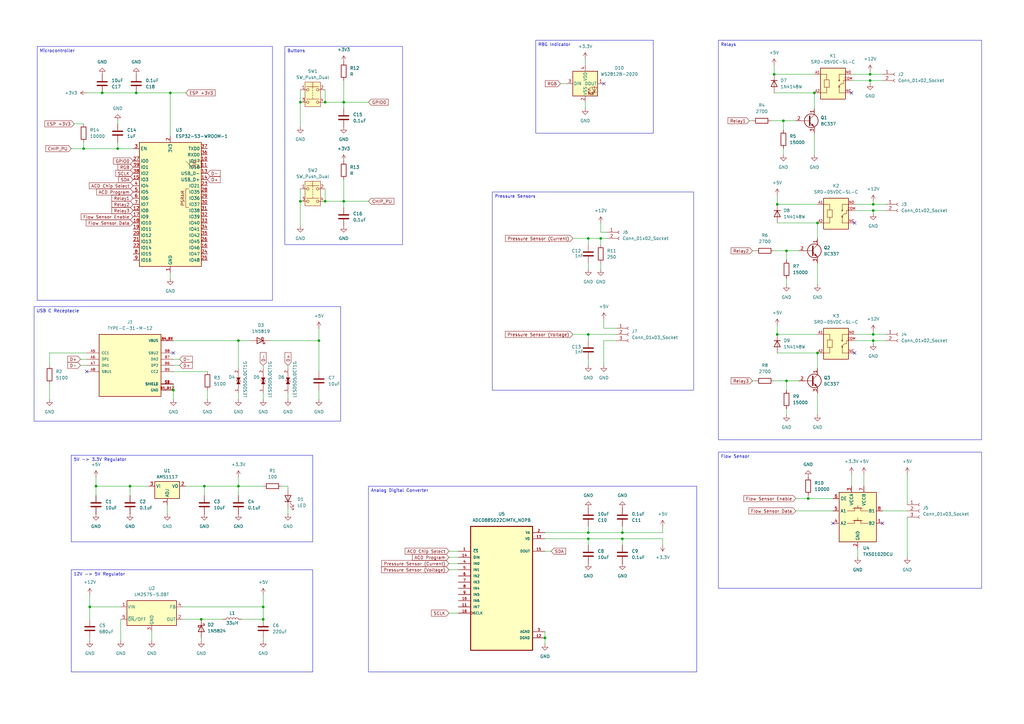
<source format=kicad_sch>
(kicad_sch (version 20250114) (generator "eeschema") (generator_version "9.0")
  (paper "A3")
  (title_block (title "Verdagraph PCB A") (rev "0"))
  (text_box "12V -> 5V Regulator" (at 29.21 233.68 0) (size 99.06 41.91) (margins 0.9525 0.9525 0.9525 0.9525) (effects (font (size 1.27 1.27)) (justify left top)))
  (text_box "Analog Digital Converter" (at 151.13 199.39 0) (size 134.62 76.2) (margins 0.9525 0.9525 0.9525 0.9525) (effects (font (size 1.27 1.27)) (justify left top)))
  (text_box "Microcontroller\n" (at 15.24 19.05 0) (size 96.52 104.14) (margins 0.9525 0.9525 0.9525 0.9525) (effects (font (size 1.27 1.27)) (justify left top)))
  (text_box "Buttons" (at 116.84 19.05 0) (size 48.26 81.28) (margins 0.9525 0.9525 0.9525 0.9525) (effects (font (size 1.27 1.27)) (justify left top)))
  (text_box "Pressure Sensors" (at 201.93 78.74 0) (size 82.55 81.28) (margins 0.9525 0.9525 0.9525 0.9525) (effects (font (size 1.27 1.27)) (justify left top)))
  (text_box "Flow Sensor" (at 294.64 185.42 0) (size 107.95 55.88) (margins 0.9525 0.9525 0.9525 0.9525) (effects (font (size 1.27 1.27)) (justify left top)))
  (text_box "USB C Receptacle" (at 13.97 125.73 0) (size 125.73 46.99) (margins 0.9525 0.9525 0.9525 0.9525) (effects (font (size 1.27 1.27)) (justify left top)))
  (text_box "Relays" (at 294.64 16.51 0) (size 107.95 163.83) (margins 0.9525 0.9525 0.9525 0.9525) (effects (font (size 1.27 1.27)) (justify left top)))
  (text_box "5V -> 3.3V Regulator" (at 29.21 186.69 0) (size 99.06 35.56) (margins 0.9525 0.9525 0.9525 0.9525) (effects (font (size 1.27 1.27)) (justify left top)))
  (text_box "RBG Indicator" (at 219.71 16.51 0) (size 48.26 38.1) (margins 0.9525 0.9525 0.9525 0.9525) (effects (font (size 1.27 1.27)) (justify left top)))
  (junction (at 356.87 30.48))
  (junction (at 39.37 199.39))
  (junction (at 97.79 199.39))
  (junction (at 241.3 97.79))
  (junction (at 317.5 30.48))
  (junction (at 255.27 218.44))
  (junction (at 255.27 220.98))
  (junction (at 48.26 60.96))
  (junction (at 97.79 139.7))
  (junction (at 358.14 137.16))
  (junction (at 358.14 83.82))
  (junction (at 36.83 248.92))
  (junction (at 241.3 220.98))
  (junction (at 334.01 38.1))
  (junction (at 34.29 60.96))
  (junction (at 53.34 199.39))
  (junction (at 331.47 204.47))
  (junction (at 246.38 97.79))
  (junction (at 83.82 199.39))
  (junction (at 318.77 137.16))
  (junction (at 133.35 41.91))
  (junction (at 358.14 86.36))
  (junction (at 55.88 38.1))
  (junction (at 41.91 38.1))
  (junction (at 223.52 261.62))
  (junction (at 321.31 49.53))
  (junction (at 318.77 83.82))
  (junction (at 322.58 102.87))
  (junction (at 140.97 41.91))
  (junction (at 69.85 38.1))
  (junction (at 123.19 41.91))
  (junction (at 133.35 82.55))
  (junction (at 356.87 33.02))
  (junction (at 241.3 218.44))
  (junction (at 322.58 156.21))
  (junction (at 140.97 82.55))
  (junction (at 358.14 139.7))
  (junction (at 130.81 139.7))
  (junction (at 335.28 91.44))
  (junction (at 241.3 137.16))
  (junction (at 82.55 254))
  (junction (at 107.95 248.92))
  (junction (at 71.12 160.02))
  (junction (at 335.28 144.78))
  (junction (at 107.95 254))
  (junction (at 123.19 82.55))
  (no_connect (at 361.95 214.63))
  (no_connect (at 350.52 144.78))
  (no_connect (at 35.56 152.4))
  (no_connect (at 341.63 214.63))
  (no_connect (at 71.12 144.78))
  (no_connect (at 247.65 34.29))
  (no_connect (at 350.52 91.44))
  (no_connect (at 349.25 38.1))
  (bus_entry (at 76.2 66.04) (size 2.54 2.54))
  (wire (pts (xy 49.53 254) (xy 49.53 262.89)))
  (wire (pts (xy 308.61 102.87) (xy 309.88 102.87)))
  (wire (pts (xy 29.21 60.96) (xy 34.29 60.96)))
  (wire (pts (xy 317.5 30.48) (xy 334.01 30.48)))
  (wire (pts (xy 71.12 147.32) (xy 73.66 147.32)))
  (wire (pts (xy 350.52 137.16) (xy 358.14 137.16)))
  (wire (pts (xy 349.25 33.02) (xy 356.87 33.02)))
  (wire (pts (xy 107.95 161.29) (xy 107.95 163.83)))
  (wire (pts (xy 358.14 86.36) (xy 358.14 87.63)))
  (wire (pts (xy 229.87 34.29) (xy 232.41 34.29)))
  (wire (pts (xy 241.3 220.98) (xy 255.27 220.98)))
  (wire (pts (xy 271.78 218.44) (xy 271.78 215.9)))
  (wire (pts (xy 241.3 137.16) (xy 252.73 137.16)))
  (wire (pts (xy 71.12 152.4) (xy 85.09 152.4)))
  (wire (pts (xy 321.31 49.53) (xy 326.39 49.53)))
  (wire (pts (xy 140.97 82.55) (xy 151.13 82.55)))
  (wire (pts (xy 133.35 41.91) (xy 140.97 41.91)))
  (wire (pts (xy 36.83 248.92) (xy 36.83 254)))
  (wire (pts (xy 97.79 199.39) (xy 107.95 199.39)))
  (wire (pts (xy 97.79 195.58) (xy 97.79 199.39)))
  (wire (pts (xy 140.97 33.02) (xy 140.97 41.91)))
  (wire (pts (xy 74.93 248.92) (xy 107.95 248.92)))
  (wire (pts (xy 234.95 137.16) (xy 241.3 137.16)))
  (wire (pts (xy 71.12 160.02) (xy 71.12 163.83)))
  (wire (pts (xy 255.27 215.9) (xy 255.27 218.44)))
  (wire (pts (xy 223.52 218.44) (xy 241.3 218.44)))
  (wire (pts (xy 372.11 194.31) (xy 372.11 207.01)))
  (wire (pts (xy 130.81 134.62) (xy 130.81 139.7)))
  (wire (pts (xy 48.26 58.42) (xy 48.26 60.96)))
  (wire (pts (xy 107.95 149.86) (xy 107.95 151.13)))
  (wire (pts (xy 99.06 254) (xy 107.95 254)))
  (wire (pts (xy 356.87 33.02) (xy 361.95 33.02)))
  (wire (pts (xy 356.87 29.21) (xy 356.87 30.48)))
  (wire (pts (xy 322.58 167.64) (xy 322.58 170.18)))
  (wire (pts (xy 349.25 194.31) (xy 349.25 199.39)))
  (wire (pts (xy 34.29 58.42) (xy 34.29 60.96)))
  (wire (pts (xy 246.38 97.79) (xy 246.38 100.33)))
  (wire (pts (xy 358.14 137.16) (xy 363.22 137.16)))
  (wire (pts (xy 223.52 261.62) (xy 223.52 264.16)))
  (wire (pts (xy 123.19 77.47) (xy 123.19 82.55)))
  (wire (pts (xy 334.01 54.61) (xy 334.01 63.5)))
  (wire (pts (xy 349.25 30.48) (xy 356.87 30.48)))
  (wire (pts (xy 317.5 102.87) (xy 322.58 102.87)))
  (wire (pts (xy 331.47 204.47) (xy 341.63 204.47)))
  (wire (pts (xy 358.14 139.7) (xy 358.14 140.97)))
  (wire (pts (xy 350.52 83.82) (xy 358.14 83.82)))
  (wire (pts (xy 133.35 77.47) (xy 133.35 82.55)))
  (wire (pts (xy 35.56 38.1) (xy 41.91 38.1)))
  (wire (pts (xy 241.3 97.79) (xy 246.38 97.79)))
  (wire (pts (xy 321.31 49.53) (xy 321.31 53.34)))
  (wire (pts (xy 140.97 41.91) (xy 151.13 41.91)))
  (wire (pts (xy 271.78 220.98) (xy 271.78 223.52)))
  (wire (pts (xy 107.95 254) (xy 107.95 255.27)))
  (wire (pts (xy 20.32 149.86) (xy 20.32 144.78)))
  (wire (pts (xy 241.3 218.44) (xy 255.27 218.44)))
  (wire (pts (xy 33.02 147.32) (xy 35.56 147.32)))
  (wire (pts (xy 83.82 199.39) (xy 83.82 203.2)))
  (wire (pts (xy 335.28 107.95) (xy 335.28 116.84)))
  (wire (pts (xy 322.58 114.3) (xy 322.58 116.84)))
  (wire (pts (xy 60.96 199.39) (xy 53.34 199.39)))
  (wire (pts (xy 97.79 199.39) (xy 97.79 203.2)))
  (wire (pts (xy 48.26 60.96) (xy 54.61 60.96)))
  (wire (pts (xy 184.15 226.06) (xy 187.96 226.06)))
  (wire (pts (xy 118.11 149.86) (xy 118.11 151.13)))
  (wire (pts (xy 115.57 199.39) (xy 118.11 199.39)))
  (wire (pts (xy 322.58 102.87) (xy 322.58 106.68)))
  (wire (pts (xy 317.5 26.67) (xy 317.5 30.48)))
  (wire (pts (xy 184.15 251.46) (xy 187.96 251.46)))
  (wire (pts (xy 83.82 199.39) (xy 97.79 199.39)))
  (wire (pts (xy 240.03 41.91) (xy 240.03 44.45)))
  (wire (pts (xy 246.38 91.44) (xy 246.38 95.25)))
  (wire (pts (xy 358.14 83.82) (xy 363.22 83.82)))
  (wire (pts (xy 252.73 139.7) (xy 247.65 139.7)))
  (wire (pts (xy 316.23 49.53) (xy 321.31 49.53)))
  (wire (pts (xy 123.19 82.55) (xy 123.19 92.71)))
  (wire (pts (xy 335.28 91.44) (xy 335.28 97.79)))
  (wire (pts (xy 326.39 204.47) (xy 331.47 204.47)))
  (wire (pts (xy 97.79 161.29) (xy 97.79 163.83)))
  (wire (pts (xy 68.58 210.82) (xy 68.58 207.01)))
  (wire (pts (xy 223.52 226.06) (xy 226.06 226.06)))
  (wire (pts (xy 234.95 97.79) (xy 241.3 97.79)))
  (wire (pts (xy 322.58 156.21) (xy 327.66 156.21)))
  (wire (pts (xy 74.93 254) (xy 82.55 254)))
  (wire (pts (xy 71.12 157.48) (xy 71.12 160.02)))
  (wire (pts (xy 322.58 156.21) (xy 322.58 160.02)))
  (wire (pts (xy 53.34 199.39) (xy 53.34 203.2)))
  (wire (pts (xy 322.58 102.87) (xy 327.66 102.87)))
  (wire (pts (xy 140.97 73.66) (xy 140.97 82.55)))
  (wire (pts (xy 354.33 194.31) (xy 354.33 199.39)))
  (wire (pts (xy 317.5 156.21) (xy 322.58 156.21)))
  (wire (pts (xy 241.3 107.95) (xy 241.3 110.49)))
  (wire (pts (xy 107.95 248.92) (xy 107.95 254)))
  (wire (pts (xy 107.95 243.84) (xy 107.95 248.92)))
  (wire (pts (xy 356.87 30.48) (xy 361.95 30.48)))
  (wire (pts (xy 30.48 50.8) (xy 34.29 50.8)))
  (wire (pts (xy 331.47 204.47) (xy 331.47 203.2)))
  (wire (pts (xy 321.31 60.96) (xy 321.31 63.5)))
  (wire (pts (xy 36.83 243.84) (xy 36.83 248.92)))
  (wire (pts (xy 107.95 261.62) (xy 107.95 262.89)))
  (wire (pts (xy 97.79 139.7) (xy 102.87 139.7)))
  (wire (pts (xy 356.87 33.02) (xy 356.87 34.29)))
  (wire (pts (xy 69.85 38.1) (xy 76.2 38.1)))
  (wire (pts (xy 246.38 97.79) (xy 248.92 97.79)))
  (wire (pts (xy 48.26 50.8) (xy 48.26 49.53)))
  (wire (pts (xy 358.14 82.55) (xy 358.14 83.82)))
  (wire (pts (xy 255.27 220.98) (xy 271.78 220.98)))
  (wire (pts (xy 140.97 41.91) (xy 140.97 44.45)))
  (wire (pts (xy 133.35 82.55) (xy 140.97 82.55)))
  (wire (pts (xy 241.3 147.32) (xy 241.3 149.86)))
  (wire (pts (xy 130.81 160.02) (xy 130.81 163.83)))
  (wire (pts (xy 241.3 137.16) (xy 241.3 139.7)))
  (wire (pts (xy 53.34 199.39) (xy 39.37 199.39)))
  (wire (pts (xy 76.2 199.39) (xy 83.82 199.39)))
  (wire (pts (xy 71.12 149.86) (xy 73.66 149.86)))
  (wire (pts (xy 41.91 38.1) (xy 55.88 38.1)))
  (wire (pts (xy 317.5 38.1) (xy 334.01 38.1)))
  (wire (pts (xy 140.97 82.55) (xy 140.97 85.09)))
  (wire (pts (xy 39.37 195.58) (xy 39.37 199.39)))
  (wire (pts (xy 241.3 220.98) (xy 241.3 223.52)))
  (wire (pts (xy 223.52 259.08) (xy 223.52 261.62)))
  (wire (pts (xy 240.03 24.13) (xy 240.03 26.67)))
  (wire (pts (xy 110.49 139.7) (xy 130.81 139.7)))
  (wire (pts (xy 82.55 261.62) (xy 82.55 262.89)))
  (wire (pts (xy 130.81 139.7) (xy 130.81 152.4)))
  (wire (pts (xy 184.15 228.6) (xy 187.96 228.6)))
  (wire (pts (xy 69.85 111.76) (xy 69.85 114.3)))
  (wire (pts (xy 358.14 139.7) (xy 363.22 139.7)))
  (wire (pts (xy 361.95 209.55) (xy 372.11 209.55)))
  (wire (pts (xy 358.14 135.89) (xy 358.14 137.16)))
  (wire (pts (xy 318.77 133.35) (xy 318.77 137.16)))
  (wire (pts (xy 350.52 86.36) (xy 358.14 86.36)))
  (wire (pts (xy 184.15 233.68) (xy 187.96 233.68)))
  (wire (pts (xy 55.88 38.1) (xy 69.85 38.1)))
  (wire (pts (xy 241.3 215.9) (xy 241.3 218.44)))
  (wire (pts (xy 318.77 91.44) (xy 335.28 91.44)))
  (wire (pts (xy 33.02 149.86) (xy 35.56 149.86)))
  (wire (pts (xy 350.52 139.7) (xy 358.14 139.7)))
  (wire (pts (xy 247.65 130.81) (xy 247.65 134.62)))
  (wire (pts (xy 82.55 254) (xy 91.44 254)))
  (wire (pts (xy 246.38 107.95) (xy 246.38 110.49)))
  (wire (pts (xy 255.27 218.44) (xy 271.78 218.44)))
  (wire (pts (xy 358.14 86.36) (xy 363.22 86.36)))
  (wire (pts (xy 97.79 139.7) (xy 97.79 151.13)))
  (wire (pts (xy 39.37 199.39) (xy 39.37 203.2)))
  (wire (pts (xy 36.83 248.92) (xy 49.53 248.92)))
  (wire (pts (xy 247.65 134.62) (xy 252.73 134.62)))
  (wire (pts (xy 118.11 208.28) (xy 118.11 210.82)))
  (wire (pts (xy 133.35 36.83) (xy 133.35 41.91)))
  (wire (pts (xy 118.11 161.29) (xy 118.11 163.83)))
  (wire (pts (xy 335.28 161.29) (xy 335.28 170.18)))
  (wire (pts (xy 308.61 156.21) (xy 309.88 156.21)))
  (wire (pts (xy 34.29 60.96) (xy 48.26 60.96)))
  (wire (pts (xy 36.83 261.62) (xy 36.83 262.89)))
  (wire (pts (xy 62.23 259.08) (xy 62.23 262.89)))
  (wire (pts (xy 123.19 36.83) (xy 123.19 41.91)))
  (wire (pts (xy 69.85 38.1) (xy 69.85 55.88)))
  (wire (pts (xy 20.32 144.78) (xy 35.56 144.78)))
  (wire (pts (xy 307.34 49.53) (xy 308.61 49.53)))
  (wire (pts (xy 248.92 95.25) (xy 246.38 95.25)))
  (wire (pts (xy 71.12 139.7) (xy 97.79 139.7)))
  (wire (pts (xy 351.79 224.79) (xy 351.79 228.6)))
  (wire (pts (xy 318.77 80.01) (xy 318.77 83.82)))
  (wire (pts (xy 20.32 157.48) (xy 20.32 163.83)))
  (wire (pts (xy 223.52 220.98) (xy 241.3 220.98)))
  (wire (pts (xy 85.09 160.02) (xy 85.09 163.83)))
  (wire (pts (xy 318.77 83.82) (xy 335.28 83.82)))
  (wire (pts (xy 334.01 38.1) (xy 334.01 44.45)))
  (wire (pts (xy 255.27 220.98) (xy 255.27 223.52)))
  (wire (pts (xy 372.11 212.09) (xy 372.11 228.6)))
  (wire (pts (xy 326.39 209.55) (xy 341.63 209.55)))
  (wire (pts (xy 118.11 200.66) (xy 118.11 199.39)))
  (wire (pts (xy 247.65 139.7) (xy 247.65 149.86)))
  (wire (pts (xy 184.15 231.14) (xy 187.96 231.14)))
  (wire (pts (xy 335.28 144.78) (xy 335.28 151.13)))
  (wire (pts (xy 318.77 144.78) (xy 335.28 144.78)))
  (wire (pts (xy 123.19 41.91) (xy 123.19 52.07)))
  (wire (pts (xy 241.3 97.79) (xy 241.3 100.33)))
  (wire (pts (xy 318.77 137.16) (xy 335.28 137.16)))
  (global_label "RGB" (shape input) (at 229.87 34.29 180) (property "Intersheetrefs" "${INTERSHEET_REFS}" (effects (hide yes))))
  (global_label "D-" (shape input) (at 85.09 71.12 0) (property "Intersheetrefs" "${INTERSHEET_REFS}" (effects (hide yes))))
  (global_label "CHIP_PU" (shape input) (at 29.21 60.96 180) (property "Intersheetrefs" "${INTERSHEET_REFS}" (effects (hide yes))))
  (global_label "D-" (shape input) (at 73.66 147.32 0) (property "Intersheetrefs" "${INTERSHEET_REFS}" (effects (hide yes))))
  (global_label "Pressure Sensor (Voltage)" (shape input) (at 184.15 233.68 180) (property "Intersheetrefs" "${INTERSHEET_REFS}" (effects (hide yes))))
  (global_label "SDA" (shape input) (at 54.61 73.66 180) (property "Intersheetrefs" "${INTERSHEET_REFS}" (effects (hide yes))))
  (global_label "Flow Sensor Enable" (shape input) (at 54.61 88.9 180) (property "Intersheetrefs" "${INTERSHEET_REFS}" (effects (hide yes))))
  (global_label "D+" (shape input) (at 33.02 147.32 180) (property "Intersheetrefs" "${INTERSHEET_REFS}" (effects (hide yes))))
  (global_label "D-" (shape input) (at 77.47 67.31 0) (property "Intersheetrefs" "${INTERSHEET_REFS}" (effects (hide yes))))
  (global_label "Relay1" (shape input) (at 307.34 49.53 180) (property "Intersheetrefs" "${INTERSHEET_REFS}" (effects (hide yes))))
  (global_label "Relay3" (shape input) (at 308.61 156.21 180) (property "Intersheetrefs" "${INTERSHEET_REFS}" (effects (hide yes))))
  (global_label "Relay2" (shape input) (at 308.61 102.87 180) (property "Intersheetrefs" "${INTERSHEET_REFS}" (effects (hide yes))))
  (global_label "ACD Chip Select" (shape input) (at 54.61 76.2 180) (property "Intersheetrefs" "${INTERSHEET_REFS}" (effects (hide yes))))
  (global_label "Relay1" (shape input) (at 54.61 81.28 180) (property "Intersheetrefs" "${INTERSHEET_REFS}" (effects (hide yes))))
  (global_label "D+" (shape input) (at 73.66 149.86 0) (property "Intersheetrefs" "${INTERSHEET_REFS}" (effects (hide yes))))
  (global_label "ACD Chip Select" (shape input) (at 184.15 226.06 180) (property "Intersheetrefs" "${INTERSHEET_REFS}" (effects (hide yes))))
  (global_label "Relay3" (shape input) (at 54.61 86.36 180) (property "Intersheetrefs" "${INTERSHEET_REFS}" (effects (hide yes))))
  (global_label "Flow Sensor Data" (shape input) (at 54.61 91.44 180) (property "Intersheetrefs" "${INTERSHEET_REFS}" (effects (hide yes))))
  (global_label "Relay2" (shape input) (at 54.61 83.82 180) (property "Intersheetrefs" "${INTERSHEET_REFS}" (effects (hide yes))))
  (global_label "SDA" (shape input) (at 226.06 226.06 0) (property "Intersheetrefs" "${INTERSHEET_REFS}" (effects (hide yes))))
  (global_label "D+" (shape input) (at 85.09 73.66 0) (property "Intersheetrefs" "${INTERSHEET_REFS}" (effects (hide yes))))
  (global_label "Flow Sensor Enable" (shape input) (at 326.39 204.47 180) (property "Intersheetrefs" "${INTERSHEET_REFS}" (effects (hide yes))))
  (global_label "ACD Program" (shape input) (at 184.15 228.6 180) (property "Intersheetrefs" "${INTERSHEET_REFS}" (effects (hide yes))))
  (global_label "Pressure Sensor (Current)" (shape input) (at 234.95 97.79 180) (property "Intersheetrefs" "${INTERSHEET_REFS}" (effects (hide yes))))
  (global_label "GPIO0" (shape input) (at 151.13 41.91 0) (property "Intersheetrefs" "${INTERSHEET_REFS}" (effects (hide yes))))
  (global_label "ESP +3V3" (shape input) (at 30.48 50.8 180) (property "Intersheetrefs" "${INTERSHEET_REFS}" (effects (hide yes))))
  (global_label "SCLK" (shape input) (at 184.15 251.46 180) (property "Intersheetrefs" "${INTERSHEET_REFS}" (effects (hide yes))))
  (global_label "ACD Program" (shape input) (at 54.61 78.74 180) (property "Intersheetrefs" "${INTERSHEET_REFS}" (effects (hide yes))))
  (global_label "ESP +3V3" (shape input) (at 76.2 38.1 0) (property "Intersheetrefs" "${INTERSHEET_REFS}" (effects (hide yes))))
  (global_label "D-" (shape input) (at 33.02 149.86 180) (property "Intersheetrefs" "${INTERSHEET_REFS}" (effects (hide yes))))
  (global_label "SCLK" (shape input) (at 54.61 71.12 180) (property "Intersheetrefs" "${INTERSHEET_REFS}" (effects (hide yes))))
  (global_label "GPIO0" (shape input) (at 54.61 66.04 180) (property "Intersheetrefs" "${INTERSHEET_REFS}" (effects (hide yes))))
  (global_label "Flow Sensor Data" (shape input) (at 326.39 209.55 180) (property "Intersheetrefs" "${INTERSHEET_REFS}" (effects (hide yes))))
  (global_label "D+" (shape input) (at 118.11 149.86 90) (property "Intersheetrefs" "${INTERSHEET_REFS}" (effects (hide yes))))
  (global_label "D-" (shape input) (at 107.95 149.86 90) (property "Intersheetrefs" "${INTERSHEET_REFS}" (effects (hide yes))))
  (global_label "Pressure Sensor (Current)" (shape input) (at 184.15 231.14 180) (property "Intersheetrefs" "${INTERSHEET_REFS}" (effects (hide yes))))
  (global_label "RGB" (shape input) (at 54.61 68.58 180) (property "Intersheetrefs" "${INTERSHEET_REFS}" (effects (hide yes))))
  (global_label "CHIP_PU" (shape input) (at 151.13 82.55 0) (property "Intersheetrefs" "${INTERSHEET_REFS}" (effects (hide yes))))
  (global_label "Pressure Sensor (Voltage)" (shape input) (at 234.95 137.16 180) (property "Intersheetrefs" "${INTERSHEET_REFS}" (effects (hide yes))))
  (symbol (lib_id "LED:WS2812B-2020") (at 240.03 34.29 0) (unit 1)
    (property "Reference" "D10" (at 254 27.8698 0))
    (property "Value" "WS2812B-2020" (at 254 30.4098 0))
    (property "Footprint" "LED_SMD:LED_WS2812B-2020_PLCC4_2.0x2.0mm" (effects (hide yes)))
    (property "Datasheet" "https://cdn-shop.adafruit.com/product-files/4684/4684_WS2812B-2020_V1.3_EN.pdf" (effects (hide yes)))
    (property "Description" "RGB LED with integrated controller, 2.0 x 2.0 mm, 12 mA" (effects (hide yes)))
  )
  (symbol (lib_id "Device:R") (at 246.38 104.14 0) (unit 1)
    (property "Reference" "R11" (at 248.92 102.8699 0) (effects (justify left)))
    (property "Value" "250" (at 248.92 105.4099 0) (effects (justify left)))
    (property "Description" "Resistor" (effects (hide yes)))
  )
  (symbol (lib_id "power:+5V") (at 271.78 215.9 0) (unit 1)
    (property "Reference" "#PWR050" (effects (hide yes)))
    (property "Value" "+5V" (at 271.78 210.82 0))
    (property "Description" "Power symbol creates a global label with name \"+5V\"" (effects (hide yes)))
  )
  (symbol (lib_id "Device:C") (at 48.26 54.61 0) (unit 1)
    (property "Reference" "C14" (at 52.07 53.3399 0) (effects (justify left)))
    (property "Value" "1uF" (at 52.07 55.8799 0) (effects (justify left)))
    (property "Description" "Unpolarized capacitor" (effects (hide yes)))
  )
  (symbol (lib_id "power:GND") (at 107.95 262.89 0) (unit 1)
    (property "Reference" "#PWR016" (effects (hide yes)))
    (property "Value" "GND" (at 107.95 267.97 0))
    (property "Description" "Power symbol creates a global label with name \"GND\" , ground" (effects (hide yes)))
  )
  (symbol (lib_id "Drip:LESD5D5.0CT1G") (at 107.95 156.21 90) (unit 1)
    (property "Reference" "D5" (at 103.886 154.686 90) (effects (justify right)))
    (property "Value" "LESD5D5.0CT1G" (at 110.744 148.082 0) (effects (justify right)))
    (property "Footprint" "LESD5D5.0CT1G:TVS_LESD5D5.0CT1G" (effects (hide yes)))
    (property "MF" "Leshan Radio Co." (effects (hide yes)))
    (property "MAXIMUM_PACKAGE_HEIGHT" "0.7 mm" (effects (hide yes)))
    (property "Package" "None" (effects (hide yes)))
    (property "Price" "None" (effects (hide yes)))
    (property "STANDARD" "Manufacturer Recommendations" (effects (hide yes)))
    (property "PARTREV" "O" (effects (hide yes)))
    (property "MP" "LESD5D5.0CT1G" (effects (hide yes)))
    (property "Description_1" "Transient Voltage Suppressors for ESD Protection" (effects (hide yes)))
    (property "Availability" "In Stock" (effects (hide yes)))
    (property "MANUFACTURER" "LRC" (effects (hide yes)))
  )
  (symbol (lib_id "power:GND") (at 247.65 149.86 0) (unit 1)
    (property "Reference" "#PWR049" (effects (hide yes)))
    (property "Value" "GND" (at 247.65 154.94 0))
    (property "Description" "Power symbol creates a global label with name \"GND\" , ground" (effects (hide yes)))
  )
  (symbol (lib_id "Device:R") (at 140.97 29.21 0) (unit 1)
    (property "Reference" "R12" (at 143.51 27.9399 0) (effects (justify left)))
    (property "Value" "R" (at 143.51 30.4799 0) (effects (justify left)))
    (property "Description" "Resistor" (effects (hide yes)))
  )
  (symbol (lib_id "power:GND") (at 107.95 163.83 0) (unit 1)
    (property "Reference" "#PWR023" (effects (hide yes)))
    (property "Value" "GND" (at 107.95 168.91 0))
    (property "Description" "Power symbol creates a global label with name \"GND\" , ground" (effects (hide yes)))
  )
  (symbol (lib_id "Device:C") (at 41.91 34.29 0) (mirror x) (unit 1)
    (property "Reference" "C17" (at 45.72 35.5601 0) (effects (justify left)))
    (property "Value" "10uF" (at 45.72 33.0201 0) (effects (justify left)))
    (property "Description" "Unpolarized capacitor" (effects (hide yes)))
  )
  (symbol (lib_id "power:+5V") (at 107.95 243.84 0) (unit 1)
    (property "Reference" "#PWR012" (effects (hide yes)))
    (property "Value" "+5V" (at 107.95 238.76 0))
    (property "Description" "Power symbol creates a global label with name \"+5V\"" (effects (hide yes)))
  )
  (symbol (lib_id "Diode:1N4148W") (at 318.77 140.97 270) (unit 1)
    (property "Reference" "D9" (at 321.31 139.6999 90) (effects (justify left)))
    (property "Value" "1N4148W" (at 321.31 142.2399 90) (effects (justify left)))
    (property "Footprint" "Diode_SMD:D_SOD-123" (effects (hide yes)))
    (property "Datasheet" "https://www.vishay.com/docs/85748/1n4148w.pdf" (effects (hide yes)))
    (property "Description" "75V 0.15A Fast Switching Diode, SOD-123" (effects (hide yes)))
    (property "Sim.Device" "D" (effects (hide yes)))
    (property "Sim.Pins" "1=K 2=A" (effects (hide yes)))
  )
  (symbol (lib_id "power:GND") (at 118.11 210.82 0) (unit 1)
    (property "Reference" "#PWR09" (effects (hide yes)))
    (property "Value" "GND" (at 118.11 215.9 0))
    (property "Description" "Power symbol creates a global label with name \"GND\" , ground" (effects (hide yes)))
  )
  (symbol (lib_id "Connector:Conn_01x03_Socket") (at 257.81 137.16 0) (unit 1)
    (property "Reference" "J7" (at 259.08 135.8899 0) (effects (justify left)))
    (property "Value" "Conn_01x03_Socket" (at 259.08 138.4299 0) (effects (justify left)))
    (property "Description" "Generic connector, single row, 01x03, script generated" (effects (hide yes)))
  )
  (symbol (lib_id "power:+5V") (at 39.37 195.58 0) (unit 1)
    (property "Reference" "#PWR03" (effects (hide yes)))
    (property "Value" "+5V" (at 39.37 190.5 0))
    (property "Description" "Power symbol creates a global label with name \"+5V\"" (effects (hide yes)))
  )
  (symbol (lib_id "Drip:TYPE-C-31-M-12") (at 53.34 149.86 0) (unit 1)
    (property "Reference" "J1" (at 53.34 132.08 0))
    (property "Value" "TYPE-C-31-M-12" (at 53.34 134.62 0))
  )
  (symbol (lib_id "power:GND") (at 85.09 163.83 0) (unit 1)
    (property "Reference" "#PWR020" (effects (hide yes)))
    (property "Value" "GND" (at 85.09 168.91 0))
    (property "Description" "Power symbol creates a global label with name \"GND\" , ground" (effects (hide yes)))
  )
  (symbol (lib_id "power:GND") (at 39.37 210.82 0) (unit 1)
    (property "Reference" "#PWR04" (effects (hide yes)))
    (property "Value" "GND" (at 39.37 215.9 0))
    (property "Description" "Power symbol creates a global label with name \"GND\" , ground" (effects (hide yes)))
  )
  (symbol (lib_id "Device:C") (at 241.3 227.33 0) (unit 1)
    (property "Reference" "C8" (at 245.11 226.0599 0) (effects (justify left)))
    (property "Value" "10uF" (at 245.11 228.5999 0) (effects (justify left)))
    (property "Description" "Unpolarized capacitor" (effects (hide yes)))
  )
  (symbol (lib_id "Device:L") (at 95.25 254 90) (unit 1)
    (property "Reference" "L1" (at 95.25 251.46 90))
    (property "Value" "33uH" (at 95.25 255.524 90))
    (property "Description" "Inductor" (effects (hide yes)))
  )
  (symbol (lib_id "Switch:SW_Push_Dual") (at 128.27 80.01 0) (unit 1)
    (property "Reference" "SW2" (at 128.27 69.85 0))
    (property "Value" "SW_Push_Dual" (at 128.27 72.39 0))
    (property "Description" "Push button switch, generic, symbol, four pins" (effects (hide yes)))
  )
  (symbol (lib_id "power:+12V") (at 358.14 82.55 0) (unit 1)
    (property "Reference" "#PWR033" (effects (hide yes)))
    (property "Value" "+12V" (at 358.14 77.47 0))
    (property "Description" "Power symbol creates a global label with name \"+12V\"" (effects (hide yes)))
  )
  (symbol (lib_id "Device:C") (at 39.37 207.01 0) (unit 1)
    (property "Reference" "C1" (at 43.18 205.7399 0) (effects (justify left)))
    (property "Value" "10uF" (at 43.18 208.2799 0) (effects (justify left)))
    (property "Description" "Unpolarized capacitor" (effects (hide yes)))
  )
  (symbol (lib_id "power:+3V3") (at 140.97 25.4 0) (unit 1)
    (property "Reference" "#PWR061" (effects (hide yes)))
    (property "Value" "+3V3" (at 140.97 20.32 0))
    (property "Description" "Power symbol creates a global label with name \"+3V3\"" (effects (hide yes)))
  )
  (symbol (lib_id "Device:R") (at 34.29 54.61 0) (unit 1)
    (property "Reference" "R14" (at 36.83 53.3399 0) (effects (justify left)))
    (property "Value" "10000" (at 36.83 55.8799 0) (effects (justify left)))
    (property "Description" "Resistor" (effects (hide yes)))
  )
  (symbol (lib_id "RF_Module:ESP32-S3-WROOM-1") (at 69.85 83.82 0) (unit 1)
    (property "Reference" "U3" (at 71.9933 53.34 0) (effects (justify left)))
    (property "Value" "ESP32-S3-WROOM-1" (at 71.9933 55.88 0) (effects (justify left)))
    (property "Footprint" "RF_Module:ESP32-S3-WROOM-1" (effects (hide yes)))
    (property "Datasheet" "https://www.espressif.com/sites/default/files/documentation/esp32-s3-wroom-1_wroom-1u_datasheet_en.pdf" (effects (hide yes)))
    (property "Description" "RF Module, ESP32-S3 SoC, Wi-Fi 802.11b/g/n, Bluetooth, BLE, 32-bit, 3.3V, onboard antenna, SMD" (effects (hide yes)))
  )
  (symbol (lib_id "power:+3.3V") (at 349.25 194.31 0) (unit 1)
    (property "Reference" "#PWR042" (effects (hide yes)))
    (property "Value" "+3.3V" (at 349.25 189.23 0))
    (property "Description" "Power symbol creates a global label with name \"+3.3V\"" (effects (hide yes)))
  )
  (symbol (lib_id "power:GND") (at 335.28 116.84 0) (unit 1)
    (property "Reference" "#PWR032" (effects (hide yes)))
    (property "Value" "GND" (at 335.28 121.92 0))
    (property "Description" "Power symbol creates a global label with name \"GND\" , ground" (effects (hide yes)))
  )
  (symbol (lib_id "Device:R") (at 312.42 49.53 90) (unit 1)
    (property "Reference" "R4" (at 312.42 43.18 90))
    (property "Value" "2700" (at 312.42 45.72 90))
    (property "Description" "Resistor" (effects (hide yes)))
  )
  (symbol (lib_id "power:GND") (at 140.97 92.71 0) (unit 1)
    (property "Reference" "#PWR066" (effects (hide yes)))
    (property "Value" "GND" (at 140.97 97.79 0))
    (property "Description" "Power symbol creates a global label with name \"GND\" , ground" (effects (hide yes)))
  )
  (symbol (lib_id "Device:C") (at 53.34 207.01 0) (unit 1)
    (property "Reference" "C2" (at 57.15 205.7399 0) (effects (justify left)))
    (property "Value" "0.1uF" (at 57.15 208.2799 0) (effects (justify left)))
    (property "Description" "Unpolarized capacitor" (effects (hide yes)))
  )
  (symbol (lib_id "Device:R") (at 140.97 69.85 0) (unit 1)
    (property "Reference" "R13" (at 143.51 68.5799 0) (effects (justify left)))
    (property "Value" "R" (at 143.51 71.1199 0) (effects (justify left)))
    (property "Description" "Resistor" (effects (hide yes)))
  )
  (symbol (lib_id "power:+12V") (at 36.83 243.84 0) (unit 1)
    (property "Reference" "#PWR010" (effects (hide yes)))
    (property "Value" "+12V" (at 36.83 238.76 0))
    (property "Description" "Power symbol creates a global label with name \"+12V\"" (effects (hide yes)))
  )
  (symbol (lib_id "Regulator_Linear:AMS1117") (at 68.58 199.39 0) (unit 1)
    (property "Reference" "U1" (at 68.58 193.04 0))
    (property "Value" "AMS1117" (at 68.58 195.58 0))
    (property "Footprint" "Package_TO_SOT_SMD:SOT-223-3_TabPin2" (effects (hide yes)))
    (property "Datasheet" "http://www.advanced-monolithic.com/pdf/ds1117.pdf" (effects (hide yes)))
    (property "Description" "1A Low Dropout regulator, positive, adjustable output, SOT-223" (effects (hide yes)))
  )
  (symbol (lib_id "power:GND") (at 82.55 262.89 0) (unit 1)
    (property "Reference" "#PWR015" (effects (hide yes)))
    (property "Value" "GND" (at 82.55 267.97 0))
    (property "Description" "Power symbol creates a global label with name \"GND\" , ground" (effects (hide yes)))
  )
  (symbol (lib_id "Transistor_BJT:BC337") (at 331.47 49.53 0) (unit 1)
    (property "Reference" "Q1" (at 336.55 48.2599 0) (effects (justify left)))
    (property "Value" "BC337" (at 336.55 50.7999 0) (effects (justify left)))
    (property "Footprint" "Package_TO_SOT_THT:TO-92_Inline" (effects (hide yes)))
    (property "Datasheet" "https://diotec.com/tl_files/diotec/files/pdf/datasheets/bc337.pdf" (effects (hide yes)))
    (property "Description" "0.8A Ic, 45V Vce, NPN Transistor, TO-92" (effects (hide yes)))
  )
  (symbol (lib_id "Switch:SW_Push_Dual") (at 128.27 39.37 0) (unit 1)
    (property "Reference" "SW1" (at 128.27 29.21 0))
    (property "Value" "SW_Push_Dual" (at 128.27 31.75 0))
    (property "Description" "Push button switch, generic, symbol, four pins" (effects (hide yes)))
  )
  (symbol (lib_id "power:GND") (at 255.27 231.14 0) (unit 1)
    (property "Reference" "#PWR053" (effects (hide yes)))
    (property "Value" "GND" (at 255.27 236.22 0))
    (property "Description" "Power symbol creates a global label with name \"GND\" , ground" (effects (hide yes)))
  )
  (symbol (lib_id "power:+5V") (at 318.77 133.35 0) (unit 1)
    (property "Reference" "#PWR035" (effects (hide yes)))
    (property "Value" "+5V" (at 318.77 128.27 0))
    (property "Description" "Power symbol creates a global label with name \"+5V\"" (effects (hide yes)))
  )
  (symbol (lib_id "Device:R") (at 322.58 110.49 180) (unit 1)
    (property "Reference" "R7" (at 325.12 109.2199 0) (effects (justify right)))
    (property "Value" "15000" (at 325.12 111.7599 0) (effects (justify right)))
    (property "Description" "Resistor" (effects (hide yes)))
  )
  (symbol (lib_id "Device:C") (at 55.88 34.29 0) (mirror x) (unit 1)
    (property "Reference" "C18" (at 59.69 35.5601 0) (effects (justify left)))
    (property "Value" "0.1uF" (at 59.69 33.0201 0) (effects (justify left)))
    (property "Description" "Unpolarized capacitor" (effects (hide yes)))
  )
  (symbol (lib_id "power:GND") (at 246.38 110.49 0) (unit 1)
    (property "Reference" "#PWR046" (effects (hide yes)))
    (property "Value" "GND" (at 246.38 115.57 0))
    (property "Description" "Power symbol creates a global label with name \"GND\" , ground" (effects (hide yes)))
  )
  (symbol (lib_id "power:GND") (at 241.3 110.49 0) (unit 1)
    (property "Reference" "#PWR057" (effects (hide yes)))
    (property "Value" "GND" (at 241.3 115.57 0))
    (property "Description" "Power symbol creates a global label with name \"GND\" , ground" (effects (hide yes)))
  )
  (symbol (lib_id "power:GND") (at 97.79 210.82 0) (unit 1)
    (property "Reference" "#PWR07" (effects (hide yes)))
    (property "Value" "GND" (at 97.79 215.9 0))
    (property "Description" "Power symbol creates a global label with name \"GND\" , ground" (effects (hide yes)))
  )
  (symbol (lib_id "Device:R") (at 20.32 153.67 0) (unit 1)
    (property "Reference" "R2" (at 22.86 152.3999 0) (effects (justify left)))
    (property "Value" "5100" (at 22.86 154.9399 0) (effects (justify left)))
    (property "Description" "Resistor" (effects (hide yes)))
  )
  (symbol (lib_id "power:GND") (at 49.53 262.89 0) (unit 1)
    (property "Reference" "#PWR013" (effects (hide yes)))
    (property "Value" "GND" (at 49.53 267.97 0))
    (property "Description" "Power symbol creates a global label with name \"GND\" , ground" (effects (hide yes)))
  )
  (symbol (lib_id "power:GND") (at 62.23 262.89 0) (unit 1)
    (property "Reference" "#PWR014" (effects (hide yes)))
    (property "Value" "GND" (at 62.23 267.97 0))
    (property "Description" "Power symbol creates a global label with name \"GND\" , ground" (effects (hide yes)))
  )
  (symbol (lib_id "power:GND") (at 351.79 228.6 0) (unit 1)
    (property "Reference" "#PWR040" (effects (hide yes)))
    (property "Value" "GND" (at 351.79 233.68 0))
    (property "Description" "Power symbol creates a global label with name \"GND\" , ground" (effects (hide yes)))
  )
  (symbol (lib_id "power:+12V") (at 358.14 135.89 0) (unit 1)
    (property "Reference" "#PWR038" (effects (hide yes)))
    (property "Value" "+12V" (at 358.14 130.81 0))
    (property "Description" "Power symbol creates a global label with name \"+12V\"" (effects (hide yes)))
  )
  (symbol (lib_id "power:+3V3") (at 140.97 66.04 0) (unit 1)
    (property "Reference" "#PWR062" (effects (hide yes)))
    (property "Value" "+3V3" (at 140.97 60.96 0))
    (property "Description" "Power symbol creates a global label with name \"+3V3\"" (effects (hide yes)))
  )
  (symbol (lib_id "power:GND") (at 322.58 116.84 0) (unit 1)
    (property "Reference" "#PWR031" (effects (hide yes)))
    (property "Value" "GND" (at 322.58 121.92 0))
    (property "Description" "Power symbol creates a global label with name \"GND\" , ground" (effects (hide yes)))
  )
  (symbol (lib_id "power:+3V3") (at 35.56 38.1 90) (unit 1)
    (property "Reference" "#PWR069" (effects (hide yes)))
    (property "Value" "+3V3" (at 31.75 38.0999 90) (effects (justify left)))
    (property "Description" "Power symbol creates a global label with name \"+3V3\"" (effects (hide yes)))
  )
  (symbol (lib_id "Drip:SRD-05VDC-SL-C") (at 342.9 86.36 0) (unit 1)
    (property "Reference" "K2" (at 342.9 76.2 0))
    (property "Value" "SRD-05VDC-SL-C" (at 342.9 78.74 0))
    (property "Footprint" "SRD-05VDC-SL-C:RELAY_SRD-05VDC-SL-C" (effects (hide yes)))
    (property "MF" "Songle Relay" (effects (hide yes)))
    (property "Description_1" "5V Trigger Relay Module For Arduino And Raspberry Pi 5V Trigger Relay Module For Arduino And Raspberry Pi" (effects (hide yes)))
    (property "Package" "NON STANDARD-5 Songle Relay" (effects (hide yes)))
    (property "Price" "None" (effects (hide yes)))
    (property "Check_prices" "https://www.snapeda.com/parts/SRD-05VDC-SL-C/Songle+Relay/view-part/?ref=eda" (effects (hide yes)))
    (property "STANDARD" "IPC-7251" (effects (hide yes)))
    (property "SnapEDA_Link" "https://www.snapeda.com/parts/SRD-05VDC-SL-C/Songle+Relay/view-part/?ref=snap" (effects (hide yes)))
    (property "MP" "SRD-05VDC-SL-C" (effects (hide yes)))
    (property "Availability" "In Stock" (effects (hide yes)))
    (property "MANUFACTURER" "SONGLE RELAY" (effects (hide yes)))
  )
  (symbol (lib_id "power:GND") (at 335.28 170.18 0) (unit 1)
    (property "Reference" "#PWR037" (effects (hide yes)))
    (property "Value" "GND" (at 335.28 175.26 0))
    (property "Description" "Power symbol creates a global label with name \"GND\" , ground" (effects (hide yes)))
  )
  (symbol (lib_id "Diode:1N4148W") (at 317.5 34.29 270) (unit 1)
    (property "Reference" "D7" (at 320.04 33.0199 90) (effects (justify left)))
    (property "Value" "1N4148W" (at 320.04 35.5599 90) (effects (justify left)))
    (property "Footprint" "Diode_SMD:D_SOD-123" (effects (hide yes)))
    (property "Datasheet" "https://www.vishay.com/docs/85748/1n4148w.pdf" (effects (hide yes)))
    (property "Description" "75V 0.15A Fast Switching Diode, SOD-123" (effects (hide yes)))
    (property "Sim.Device" "D" (effects (hide yes)))
    (property "Sim.Pins" "1=K 2=A" (effects (hide yes)))
  )
  (symbol (lib_id "power:GND") (at 83.82 210.82 0) (unit 1)
    (property "Reference" "#PWR06" (effects (hide yes)))
    (property "Value" "GND" (at 83.82 215.9 0))
    (property "Description" "Power symbol creates a global label with name \"GND\" , ground" (effects (hide yes)))
  )
  (symbol (lib_id "Device:C") (at 36.83 257.81 0) (unit 1)
    (property "Reference" "C5" (at 40.64 256.5399 0) (effects (justify left)))
    (property "Value" "680uF" (at 40.64 259.0799 0) (effects (justify left)))
    (property "Description" "Unpolarized capacitor" (effects (hide yes)))
  )
  (symbol (lib_id "power:GND") (at 69.85 114.3 0) (unit 1)
    (property "Reference" "#PWR01" (effects (hide yes)))
    (property "Value" "GND" (at 69.85 119.38 0))
    (property "Description" "Power symbol creates a global label with name \"GND\" , ground" (effects (hide yes)))
  )
  (symbol (lib_id "power:GND") (at 240.03 44.45 0) (unit 1)
    (property "Reference" "#PWR060" (effects (hide yes)))
    (property "Value" "GND" (at 240.03 49.53 0))
    (property "Description" "Power symbol creates a global label with name \"GND\" , ground" (effects (hide yes)))
  )
  (symbol (lib_id "power:GND") (at 68.58 210.82 0) (unit 1)
    (property "Reference" "#PWR08" (effects (hide yes)))
    (property "Value" "GND" (at 68.58 215.9 0))
    (property "Description" "Power symbol creates a global label with name \"GND\" , ground" (effects (hide yes)))
  )
  (symbol (lib_id "power:GND") (at 130.81 163.83 0) (unit 1)
    (property "Reference" "#PWR022" (effects (hide yes)))
    (property "Value" "GND" (at 130.81 168.91 0))
    (property "Description" "Power symbol creates a global label with name \"GND\" , ground" (effects (hide yes)))
  )
  (symbol (lib_id "Drip:ADC088S022CIMTX_NOPB") (at 205.74 241.3 0) (unit 1)
    (property "Reference" "U5" (at 205.74 210.82 0))
    (property "Value" "ADC088S022CIMTX_NOPB" (at 205.74 213.36 0))
    (property "Footprint" "ADC088S022CIMTX_NOPB:SOP65P640X120-16N" (effects (hide yes)))
    (property "MF" "Texas Instruments" (effects (hide yes)))
    (property "Description_1" "8-Channel, 50 ksps to 200 ksps, 8-Bit A/D Converter" (effects (hide yes)))
    (property "Package" "TSSOP-16 Texas Instruments" (effects (hide yes)))
    (property "Price" "None" (effects (hide yes)))
    (property "SnapEDA_Link" "https://www.snapeda.com/parts/ADC088S022CIMTX/NOPB/Texas+Instruments/view-part/?ref=snap" (effects (hide yes)))
    (property "MP" "ADC088S022CIMTX/NOPB" (effects (hide yes)))
    (property "Availability" "In Stock" (effects (hide yes)))
    (property "Check_prices" "https://www.snapeda.com/parts/ADC088S022CIMTX/NOPB/Texas+Instruments/view-part/?ref=eda" (effects (hide yes)))
  )
  (symbol (lib_id "power:+5V") (at 354.33 194.31 0) (unit 1)
    (property "Reference" "#PWR044" (effects (hide yes)))
    (property "Value" "+5V" (at 354.33 189.23 0))
    (property "Description" "Power symbol creates a global label with name \"+5V\"" (effects (hide yes)))
  )
  (symbol (lib_id "power:GND") (at 55.88 30.48 0) (mirror x) (unit 1)
    (property "Reference" "#PWR071" (effects (hide yes)))
    (property "Value" "GND" (at 55.88 25.4 0))
    (property "Description" "Power symbol creates a global label with name \"GND\" , ground" (effects (hide yes)))
  )
  (symbol (lib_id "power:+3.3V") (at 97.79 195.58 0) (unit 1)
    (property "Reference" "#PWR02" (effects (hide yes)))
    (property "Value" "+3.3V" (at 97.79 190.5 0))
    (property "Description" "Power symbol creates a global label with name \"+3.3V\"" (effects (hide yes)))
  )
  (symbol (lib_id "Device:R") (at 322.58 163.83 180) (unit 1)
    (property "Reference" "R9" (at 325.12 162.5599 0) (effects (justify right)))
    (property "Value" "15000" (at 325.12 165.0999 0) (effects (justify right)))
    (property "Description" "Resistor" (effects (hide yes)))
  )
  (symbol (lib_id "Device:C") (at 241.3 212.09 0) (mirror x) (unit 1)
    (property "Reference" "C10" (at 245.11 213.3601 0) (effects (justify left)))
    (property "Value" "10uF" (at 245.11 210.8201 0) (effects (justify left)))
    (property "Description" "Unpolarized capacitor" (effects (hide yes)))
  )
  (symbol (lib_id "Device:LED") (at 118.11 204.47 90) (unit 1)
    (property "Reference" "D1" (at 121.92 204.7874 90) (effects (justify right)))
    (property "Value" "LED" (at 121.92 207.3274 90) (effects (justify right)))
    (property "Description" "Light emitting diode" (effects (hide yes)))
    (property "Sim.Pins" "1=K 2=A" (effects (hide yes)))
  )
  (symbol (lib_id "power:+5V") (at 318.77 80.01 0) (unit 1)
    (property "Reference" "#PWR030" (effects (hide yes)))
    (property "Value" "+5V" (at 318.77 74.93 0))
    (property "Description" "Power symbol creates a global label with name \"+5V\"" (effects (hide yes)))
  )
  (symbol (lib_id "power:+5V") (at 317.5 26.67 0) (unit 1)
    (property "Reference" "#PWR028" (effects (hide yes)))
    (property "Value" "+5V" (at 317.5 21.59 0))
    (property "Description" "Power symbol creates a global label with name \"+5V\"" (effects (hide yes)))
  )
  (symbol (lib_id "Connector:Conn_01x02_Socket") (at 368.3 83.82 0) (unit 1)
    (property "Reference" "J3" (at 369.57 83.8199 0) (effects (justify left)))
    (property "Value" "Conn_01x02_Socket" (at 369.57 86.3599 0) (effects (justify left)))
    (property "Description" "Generic connector, single row, 01x02, script generated" (effects (hide yes)))
  )
  (symbol (lib_id "Device:R") (at 313.69 156.21 90) (unit 1)
    (property "Reference" "R8" (at 313.69 149.86 90))
    (property "Value" "2700" (at 313.69 152.4 90))
    (property "Description" "Resistor" (effects (hide yes)))
  )
  (symbol (lib_id "power:GND") (at 322.58 170.18 0) (unit 1)
    (property "Reference" "#PWR036" (effects (hide yes)))
    (property "Value" "GND" (at 322.58 175.26 0))
    (property "Description" "Power symbol creates a global label with name \"GND\" , ground" (effects (hide yes)))
  )
  (symbol (lib_id "Connector:Conn_01x02_Socket") (at 367.03 30.48 0) (unit 1)
    (property "Reference" "J2" (at 368.3 30.4799 0) (effects (justify left)))
    (property "Value" "Conn_01x02_Socket" (at 368.3 33.0199 0) (effects (justify left)))
    (property "Description" "Generic connector, single row, 01x02, script generated" (effects (hide yes)))
  )
  (symbol (lib_id "Transistor_BJT:BC337") (at 332.74 102.87 0) (unit 1)
    (property "Reference" "Q2" (at 337.82 101.5999 0) (effects (justify left)))
    (property "Value" "BC337" (at 337.82 104.1399 0) (effects (justify left)))
    (property "Footprint" "Package_TO_SOT_THT:TO-92_Inline" (effects (hide yes)))
    (property "Datasheet" "https://diotec.com/tl_files/diotec/files/pdf/datasheets/bc337.pdf" (effects (hide yes)))
    (property "Description" "0.8A Ic, 45V Vce, NPN Transistor, TO-92" (effects (hide yes)))
  )
  (symbol (lib_id "power:GND") (at 123.19 52.07 0) (unit 1)
    (property "Reference" "#PWR064" (effects (hide yes)))
    (property "Value" "GND" (at 123.19 57.15 0))
    (property "Description" "Power symbol creates a global label with name \"GND\" , ground" (effects (hide yes)))
  )
  (symbol (lib_id "Device:C") (at 130.81 156.21 0) (unit 1)
    (property "Reference" "C7" (at 134.62 154.9399 0) (effects (justify left)))
    (property "Value" "10uF" (at 134.62 157.4799 0) (effects (justify left)))
    (property "Description" "Unpolarized capacitor" (effects (hide yes)))
  )
  (symbol (lib_id "Device:R") (at 321.31 57.15 180) (unit 1)
    (property "Reference" "R5" (at 323.85 55.8799 0) (effects (justify right)))
    (property "Value" "15000" (at 323.85 58.4199 0) (effects (justify right)))
    (property "Description" "Resistor" (effects (hide yes)))
  )
  (symbol (lib_id "power:+5V") (at 372.11 194.31 0) (unit 1)
    (property "Reference" "#PWR043" (effects (hide yes)))
    (property "Value" "+5V" (at 372.11 189.23 0))
    (property "Description" "Power symbol creates a global label with name \"+5V\"" (effects (hide yes)))
  )
  (symbol (lib_id "Device:C") (at 83.82 207.01 0) (unit 1)
    (property "Reference" "C3" (at 87.63 205.7399 0) (effects (justify left)))
    (property "Value" "10uF" (at 87.63 208.2799 0) (effects (justify left)))
    (property "Description" "Unpolarized capacitor" (effects (hide yes)))
  )
  (symbol (lib_id "Connector:Conn_01x02_Socket") (at 368.3 137.16 0) (unit 1)
    (property "Reference" "J4" (at 369.57 137.1599 0) (effects (justify left)))
    (property "Value" "Conn_01x02_Socket" (at 369.57 139.6999 0) (effects (justify left)))
    (property "Description" "Generic connector, single row, 01x02, script generated" (effects (hide yes)))
  )
  (symbol (lib_id "Transistor_BJT:BC337") (at 332.74 156.21 0) (unit 1)
    (property "Reference" "Q3" (at 337.82 154.9399 0) (effects (justify left)))
    (property "Value" "BC337" (at 337.82 157.4799 0) (effects (justify left)))
    (property "Footprint" "Package_TO_SOT_THT:TO-92_Inline" (effects (hide yes)))
    (property "Datasheet" "https://diotec.com/tl_files/diotec/files/pdf/datasheets/bc337.pdf" (effects (hide yes)))
    (property "Description" "0.8A Ic, 45V Vce, NPN Transistor, TO-92" (effects (hide yes)))
  )
  (symbol (lib_id "Connector:Conn_01x02_Socket") (at 254 95.25 0) (unit 1)
    (property "Reference" "J6" (at 255.27 95.2499 0) (effects (justify left)))
    (property "Value" "Conn_01x02_Socket" (at 255.27 97.7899 0) (effects (justify left)))
    (property "Description" "Generic connector, single row, 01x02, script generated" (effects (hide yes)))
  )
  (symbol (lib_id "power:GND") (at 241.3 149.86 0) (unit 1)
    (property "Reference" "#PWR058" (effects (hide yes)))
    (property "Value" "GND" (at 241.3 154.94 0))
    (property "Description" "Power symbol creates a global label with name \"GND\" , ground" (effects (hide yes)))
  )
  (symbol (lib_id "power:GND") (at 20.32 163.83 0) (unit 1)
    (property "Reference" "#PWR019" (effects (hide yes)))
    (property "Value" "GND" (at 20.32 168.91 0))
    (property "Description" "Power symbol creates a global label with name \"GND\" , ground" (effects (hide yes)))
  )
  (symbol (lib_id "power:GND") (at 53.34 210.82 0) (unit 1)
    (property "Reference" "#PWR05" (effects (hide yes)))
    (property "Value" "GND" (at 53.34 215.9 0))
    (property "Description" "Power symbol creates a global label with name \"GND\" , ground" (effects (hide yes)))
  )
  (symbol (lib_id "Device:C") (at 255.27 227.33 0) (unit 1)
    (property "Reference" "C9" (at 259.08 226.0599 0) (effects (justify left)))
    (property "Value" "0.1uF" (at 259.08 228.5999 0) (effects (justify left)))
    (property "Description" "Unpolarized capacitor" (effects (hide yes)))
  )
  (symbol (lib_id "Diode:1N5819") (at 106.68 139.7 180) (unit 1)
    (property "Reference" "D3" (at 106.9975 133.35 0))
    (property "Value" "1N5819" (at 106.9975 135.89 0))
    (property "Footprint" "Diode_THT:D_DO-41_SOD81_P10.16mm_Horizontal" (effects (hide yes)))
    (property "Datasheet" "http://www.vishay.com/docs/88525/1n5817.pdf" (effects (hide yes)))
    (property "Description" "40V 1A Schottky Barrier Rectifier Diode, DO-41" (effects (hide yes)))
  )
  (symbol (lib_id "power:GND") (at 97.79 163.83 0) (unit 1)
    (property "Reference" "#PWR021" (effects (hide yes)))
    (property "Value" "GND" (at 97.79 168.91 0))
    (property "Description" "Power symbol creates a global label with name \"GND\" , ground" (effects (hide yes)))
  )
  (symbol (lib_id "Logic_LevelTranslator:TXS0102DCU") (at 351.79 212.09 0) (unit 1)
    (property "Reference" "U4" (at 353.9333 224.79 0) (effects (justify left)))
    (property "Value" "TXS0102DCU" (at 353.9333 227.33 0) (effects (justify left)))
    (property "Footprint" "Package_SO:VSSOP-8_2.3x2mm_P0.5mm" (effects (hide yes)))
    (property "Datasheet" "http://www.ti.com/lit/gpn/txs0102" (effects (hide yes)))
    (property "Description" "2-Bit Bidirectional Voltage-Level Shifter for Open-Drain and Push-Pull Application, VSSOP-8" (effects (hide yes)))
  )
  (symbol (lib_id "Device:R") (at 313.69 102.87 90) (unit 1)
    (property "Reference" "R6" (at 313.69 96.52 90))
    (property "Value" "2700" (at 313.69 99.06 90))
    (property "Description" "Resistor" (effects (hide yes)))
  )
  (symbol (lib_id "power:GND") (at 356.87 34.29 0) (unit 1)
    (property "Reference" "#PWR027" (effects (hide yes)))
    (property "Value" "GND" (at 356.87 39.37 0))
    (property "Description" "Power symbol creates a global label with name \"GND\" , ground" (effects (hide yes)))
  )
  (symbol (lib_id "power:GND") (at 331.47 195.58 180) (unit 1)
    (property "Reference" "#PWR045" (effects (hide yes)))
    (property "Value" "GND" (at 331.47 190.5 0))
    (property "Description" "Power symbol creates a global label with name \"GND\" , ground" (effects (hide yes)))
  )
  (symbol (lib_id "power:GND") (at 140.97 52.07 0) (unit 1)
    (property "Reference" "#PWR063" (effects (hide yes)))
    (property "Value" "GND" (at 140.97 57.15 0))
    (property "Description" "Power symbol creates a global label with name \"GND\" , ground" (effects (hide yes)))
  )
  (symbol (lib_id "Device:C") (at 107.95 257.81 0) (unit 1)
    (property "Reference" "C6" (at 111.76 256.5399 0) (effects (justify left)))
    (property "Value" "220uF" (at 111.76 259.0799 0) (effects (justify left)))
    (property "Description" "Unpolarized capacitor" (effects (hide yes)))
  )
  (symbol (lib_id "Drip:SRD-05VDC-SL-C") (at 341.63 33.02 0) (unit 1)
    (property "Reference" "K1" (at 341.63 22.86 0))
    (property "Value" "SRD-05VDC-SL-C" (at 341.63 25.4 0))
    (property "Footprint" "SRD-05VDC-SL-C:RELAY_SRD-05VDC-SL-C" (effects (hide yes)))
    (property "MF" "Songle Relay" (effects (hide yes)))
    (property "Description_1" "5V Trigger Relay Module For Arduino And Raspberry Pi 5V Trigger Relay Module For Arduino And Raspberry Pi" (effects (hide yes)))
    (property "Package" "NON STANDARD-5 Songle Relay" (effects (hide yes)))
    (property "Price" "None" (effects (hide yes)))
    (property "Check_prices" "https://www.snapeda.com/parts/SRD-05VDC-SL-C/Songle+Relay/view-part/?ref=eda" (effects (hide yes)))
    (property "STANDARD" "IPC-7251" (effects (hide yes)))
    (property "SnapEDA_Link" "https://www.snapeda.com/parts/SRD-05VDC-SL-C/Songle+Relay/view-part/?ref=snap" (effects (hide yes)))
    (property "MP" "SRD-05VDC-SL-C" (effects (hide yes)))
    (property "Availability" "In Stock" (effects (hide yes)))
    (property "MANUFACTURER" "SONGLE RELAY" (effects (hide yes)))
  )
  (symbol (lib_id "power:GND") (at 223.52 264.16 0) (unit 1)
    (property "Reference" "#PWR056" (effects (hide yes)))
    (property "Value" "GND" (at 223.52 269.24 0))
    (property "Description" "Power symbol creates a global label with name \"GND\" , ground" (effects (hide yes)))
  )
  (symbol (lib_id "power:GND") (at 48.26 49.53 180) (unit 1)
    (property "Reference" "#PWR068" (effects (hide yes)))
    (property "Value" "GND" (at 48.26 44.45 0))
    (property "Description" "Power symbol creates a global label with name \"GND\" , ground" (effects (hide yes)))
  )
  (symbol (lib_id "Device:D_Schottky") (at 82.55 257.81 270) (unit 1)
    (property "Reference" "D2" (at 85.09 256.2224 90) (effects (justify left)))
    (property "Value" "1N5824" (at 85.09 258.7624 90) (effects (justify left)))
    (property "Datasheet" "https://ww1.microchip.com/downloads/aemdocuments/documents/HRDS/ProductDocuments/DataSheets/1n5823-25.pdf" (effects (hide yes)))
    (property "Description" "Schottky diode" (effects (hide yes)))
  )
  (symbol (lib_id "power:GND") (at 118.11 163.83 0) (unit 1)
    (property "Reference" "#PWR024" (effects (hide yes)))
    (property "Value" "GND" (at 118.11 168.91 0))
    (property "Description" "Power symbol creates a global label with name \"GND\" , ground" (effects (hide yes)))
  )
  (symbol (lib_id "Device:C") (at 255.27 212.09 0) (mirror x) (unit 1)
    (property "Reference" "C11" (at 259.08 213.3601 0) (effects (justify left)))
    (property "Value" "0.1uF" (at 259.08 210.8201 0) (effects (justify left)))
    (property "Description" "Unpolarized capacitor" (effects (hide yes)))
  )
  (symbol (lib_id "power:+5V") (at 247.65 130.81 0) (unit 1)
    (property "Reference" "#PWR047" (effects (hide yes)))
    (property "Value" "+5V" (at 247.65 125.73 0))
    (property "Description" "Power symbol creates a global label with name \"+5V\"" (effects (hide yes)))
  )
  (symbol (lib_id "power:GND") (at 358.14 87.63 0) (unit 1)
    (property "Reference" "#PWR034" (effects (hide yes)))
    (property "Value" "GND" (at 358.14 92.71 0))
    (property "Description" "Power symbol creates a global label with name \"GND\" , ground" (effects (hide yes)))
  )
  (symbol (lib_id "Diode:1N4148W") (at 318.77 87.63 270) (unit 1)
    (property "Reference" "D8" (at 321.31 86.3599 90) (effects (justify left)))
    (property "Value" "1N4148W" (at 321.31 88.8999 90) (effects (justify left)))
    (property "Footprint" "Diode_SMD:D_SOD-123" (effects (hide yes)))
    (property "Datasheet" "https://www.vishay.com/docs/85748/1n4148w.pdf" (effects (hide yes)))
    (property "Description" "75V 0.15A Fast Switching Diode, SOD-123" (effects (hide yes)))
    (property "Sim.Device" "D" (effects (hide yes)))
    (property "Sim.Pins" "1=K 2=A" (effects (hide yes)))
  )
  (symbol (lib_id "Drip:SRD-05VDC-SL-C") (at 342.9 139.7 0) (unit 1)
    (property "Reference" "K3" (at 342.9 129.54 0))
    (property "Value" "SRD-05VDC-SL-C" (at 342.9 132.08 0))
    (property "Footprint" "SRD-05VDC-SL-C:RELAY_SRD-05VDC-SL-C" (effects (hide yes)))
    (property "MF" "Songle Relay" (effects (hide yes)))
    (property "Description_1" "5V Trigger Relay Module For Arduino And Raspberry Pi 5V Trigger Relay Module For Arduino And Raspberry Pi" (effects (hide yes)))
    (property "Package" "NON STANDARD-5 Songle Relay" (effects (hide yes)))
    (property "Price" "None" (effects (hide yes)))
    (property "Check_prices" "https://www.snapeda.com/parts/SRD-05VDC-SL-C/Songle+Relay/view-part/?ref=eda" (effects (hide yes)))
    (property "STANDARD" "IPC-7251" (effects (hide yes)))
    (property "SnapEDA_Link" "https://www.snapeda.com/parts/SRD-05VDC-SL-C/Songle+Relay/view-part/?ref=snap" (effects (hide yes)))
    (property "MP" "SRD-05VDC-SL-C" (effects (hide yes)))
    (property "Availability" "In Stock" (effects (hide yes)))
    (property "MANUFACTURER" "SONGLE RELAY" (effects (hide yes)))
  )
  (symbol (lib_id "power:GND") (at 255.27 208.28 0) (mirror x) (unit 1)
    (property "Reference" "#PWR055" (effects (hide yes)))
    (property "Value" "GND" (at 255.27 203.2 0))
    (property "Description" "Power symbol creates a global label with name \"GND\" , ground" (effects (hide yes)))
  )
  (symbol (lib_id "Regulator_Switching:LM2575-5.0BT") (at 62.23 251.46 0) (unit 1)
    (property "Reference" "U2" (at 62.23 241.3 0))
    (property "Value" "LM2575-5.0BT" (at 62.23 243.84 0))
    (property "Footprint" "Package_TO_SOT_THT:TO-220-5_Vertical" (effects (hide yes)))
    (property "Datasheet" "http://ww1.microchip.com/downloads/en/DeviceDoc/lm2575.pdf" (effects (hide yes)))
    (property "Description" "Fixed 5.0V 52kHz Simple 1A Buck Regulator, TO-220-5" (effects (hide yes)))
  )
  (symbol (lib_id "power:+3.3V") (at 240.03 24.13 0) (unit 1)
    (property "Reference" "#PWR059" (effects (hide yes)))
    (property "Value" "+3.3V" (at 240.03 19.05 0))
    (property "Description" "Power symbol creates a global label with name \"+3.3V\"" (effects (hide yes)))
  )
  (symbol (lib_id "power:GND") (at 334.01 63.5 0) (unit 1)
    (property "Reference" "#PWR026" (effects (hide yes)))
    (property "Value" "GND" (at 334.01 68.58 0))
    (property "Description" "Power symbol creates a global label with name \"GND\" , ground" (effects (hide yes)))
  )
  (symbol (lib_id "power:GND") (at 41.91 30.48 0) (mirror x) (unit 1)
    (property "Reference" "#PWR070" (effects (hide yes)))
    (property "Value" "GND" (at 41.91 25.4 0))
    (property "Description" "Power symbol creates a global label with name \"GND\" , ground" (effects (hide yes)))
  )
  (symbol (lib_id "Connector:Conn_01x03_Socket") (at 377.19 209.55 0) (unit 1)
    (property "Reference" "J5" (at 378.46 208.2799 0) (effects (justify left)))
    (property "Value" "Conn_01x03_Socket" (at 378.46 210.8199 0) (effects (justify left)))
    (property "Description" "Generic connector, single row, 01x03, script generated" (effects (hide yes)))
  )
  (symbol (lib_id "Device:R") (at 85.09 156.21 0) (unit 1)
    (property "Reference" "R3" (at 87.63 154.9399 0) (effects (justify left)))
    (property "Value" "5100" (at 87.63 157.4799 0) (effects (justify left)))
    (property "Description" "Resistor" (effects (hide yes)))
  )
  (symbol (lib_id "power:GND") (at 321.31 63.5 0) (unit 1)
    (property "Reference" "#PWR025" (effects (hide yes)))
    (property "Value" "GND" (at 321.31 68.58 0))
    (property "Description" "Power symbol creates a global label with name \"GND\" , ground" (effects (hide yes)))
  )
  (symbol (lib_id "power:GND") (at 71.12 163.83 0) (unit 1)
    (property "Reference" "#PWR018" (effects (hide yes)))
    (property "Value" "GND" (at 71.12 168.91 0))
    (property "Description" "Power symbol creates a global label with name \"GND\" , ground" (effects (hide yes)))
  )
  (symbol (lib_id "power:+12V") (at 246.38 91.44 0) (unit 1)
    (property "Reference" "#PWR048" (effects (hide yes)))
    (property "Value" "+12V" (at 246.38 86.36 0))
    (property "Description" "Power symbol creates a global label with name \"+12V\"" (effects (hide yes)))
  )
  (symbol (lib_id "Device:C") (at 140.97 48.26 0) (unit 1)
    (property "Reference" "C15" (at 144.78 46.9899 0) (effects (justify left)))
    (property "Value" "0.1uF" (at 144.78 49.5299 0) (effects (justify left)))
    (property "Description" "Unpolarized capacitor" (effects (hide yes)))
  )
  (symbol (lib_id "power:+12V") (at 356.87 29.21 0) (unit 1)
    (property "Reference" "#PWR029" (effects (hide yes)))
    (property "Value" "+12V" (at 356.87 24.13 0))
    (property "Description" "Power symbol creates a global label with name \"+12V\"" (effects (hide yes)))
  )
  (symbol (lib_id "Device:R") (at 111.76 199.39 90) (unit 1)
    (property "Reference" "R1" (at 111.76 193.04 90))
    (property "Value" "100" (at 111.76 195.58 90))
    (property "Description" "Resistor" (effects (hide yes)))
  )
  (symbol (lib_id "Drip:LESD5D5.0CT1G") (at 118.11 156.21 90) (unit 1)
    (property "Reference" "D6" (at 114.046 154.686 90) (effects (justify right)))
    (property "Value" "LESD5D5.0CT1G" (at 120.904 148.082 0) (effects (justify right)))
    (property "Footprint" "LESD5D5.0CT1G:TVS_LESD5D5.0CT1G" (effects (hide yes)))
    (property "MF" "Leshan Radio Co." (effects (hide yes)))
    (property "MAXIMUM_PACKAGE_HEIGHT" "0.7 mm" (effects (hide yes)))
    (property "Package" "None" (effects (hide yes)))
    (property "Price" "None" (effects (hide yes)))
    (property "STANDARD" "Manufacturer Recommendations" (effects (hide yes)))
    (property "PARTREV" "O" (effects (hide yes)))
    (property "MP" "LESD5D5.0CT1G" (effects (hide yes)))
    (property "Description_1" "Transient Voltage Suppressors for ESD Protection" (effects (hide yes)))
    (property "Availability" "In Stock" (effects (hide yes)))
    (property "MANUFACTURER" "LRC" (effects (hide yes)))
  )
  (symbol (lib_id "Device:R") (at 331.47 199.39 0) (unit 1)
    (property "Reference" "R10" (at 334.01 198.1199 0) (effects (justify left)))
    (property "Value" "10000" (at 334.01 200.6599 0) (effects (justify left)))
    (property "Description" "Resistor" (effects (hide yes)))
  )
  (symbol (lib_id "Drip:LESD5D5.0CT1G") (at 97.79 156.21 90) (unit 1)
    (property "Reference" "D4" (at 93.726 154.686 90) (effects (justify right)))
    (property "Value" "LESD5D5.0CT1G" (at 100.584 148.082 0) (effects (justify right)))
    (property "Footprint" "LESD5D5.0CT1G:TVS_LESD5D5.0CT1G" (effects (hide yes)))
    (property "MF" "Leshan Radio Co." (effects (hide yes)))
    (property "MAXIMUM_PACKAGE_HEIGHT" "0.7 mm" (effects (hide yes)))
    (property "Package" "None" (effects (hide yes)))
    (property "Price" "None" (effects (hide yes)))
    (property "STANDARD" "Manufacturer Recommendations" (effects (hide yes)))
    (property "PARTREV" "O" (effects (hide yes)))
    (property "MP" "LESD5D5.0CT1G" (effects (hide yes)))
    (property "Description_1" "Transient Voltage Suppressors for ESD Protection" (effects (hide yes)))
    (property "Availability" "In Stock" (effects (hide yes)))
    (property "MANUFACTURER" "LRC" (effects (hide yes)))
  )
  (symbol (lib_id "Device:C") (at 140.97 88.9 0) (unit 1)
    (property "Reference" "C16" (at 144.78 87.6299 0) (effects (justify left)))
    (property "Value" "0.1uF" (at 144.78 90.1699 0) (effects (justify left)))
    (property "Description" "Unpolarized capacitor" (effects (hide yes)))
  )
  (symbol (lib_id "power:GND") (at 358.14 140.97 0) (unit 1)
    (property "Reference" "#PWR039" (effects (hide yes)))
    (property "Value" "GND" (at 358.14 146.05 0))
    (property "Description" "Power symbol creates a global label with name \"GND\" , ground" (effects (hide yes)))
  )
  (symbol (lib_id "power:+5V") (at 130.81 134.62 0) (unit 1)
    (property "Reference" "#PWR017" (effects (hide yes)))
    (property "Value" "+5V" (at 130.81 129.54 0))
    (property "Description" "Power symbol creates a global label with name \"+5V\"" (effects (hide yes)))
  )
  (symbol (lib_id "power:+3.3V") (at 271.78 223.52 180) (unit 1)
    (property "Reference" "#PWR051" (effects (hide yes)))
    (property "Value" "+3.3V" (at 271.78 228.6 0))
    (property "Description" "Power symbol creates a global label with name \"+3.3V\"" (effects (hide yes)))
  )
  (symbol (lib_id "power:GND") (at 36.83 262.89 0) (unit 1)
    (property "Reference" "#PWR011" (effects (hide yes)))
    (property "Value" "GND" (at 36.83 267.97 0))
    (property "Description" "Power symbol creates a global label with name \"GND\" , ground" (effects (hide yes)))
  )
  (symbol (lib_id "Device:C") (at 241.3 143.51 0) (unit 1)
    (property "Reference" "C13" (at 234.442 142.24 0) (effects (justify left)))
    (property "Value" "1nF" (at 235.712 144.272 0) (effects (justify left)))
    (property "Description" "Unpolarized capacitor" (effects (hide yes)))
  )
  (symbol (lib_id "Device:C") (at 97.79 207.01 0) (unit 1)
    (property "Reference" "C4" (at 101.6 205.7399 0) (effects (justify left)))
    (property "Value" "0.1uF" (at 101.6 208.2799 0) (effects (justify left)))
    (property "Description" "Unpolarized capacitor" (effects (hide yes)))
  )
  (symbol (lib_id "power:GND") (at 123.19 92.71 0) (unit 1)
    (property "Reference" "#PWR065" (effects (hide yes)))
    (property "Value" "GND" (at 123.19 97.79 0))
    (property "Description" "Power symbol creates a global label with name \"GND\" , ground" (effects (hide yes)))
  )
  (symbol (lib_id "power:GND") (at 241.3 208.28 0) (mirror x) (unit 1)
    (property "Reference" "#PWR054" (effects (hide yes)))
    (property "Value" "GND" (at 241.3 203.2 0))
    (property "Description" "Power symbol creates a global label with name \"GND\" , ground" (effects (hide yes)))
  )
  (symbol (lib_id "power:GND") (at 372.11 228.6 0) (unit 1)
    (property "Reference" "#PWR041" (effects (hide yes)))
    (property "Value" "GND" (at 372.11 233.68 0))
    (property "Description" "Power symbol creates a global label with name \"GND\" , ground" (effects (hide yes)))
  )
  (symbol (lib_id "Device:C") (at 241.3 104.14 0) (unit 1)
    (property "Reference" "C12" (at 234.442 102.87 0) (effects (justify left)))
    (property "Value" "1nF" (at 235.712 104.902 0) (effects (justify left)))
    (property "Description" "Unpolarized capacitor" (effects (hide yes)))
  )
  (symbol (lib_id "power:GND") (at 241.3 231.14 0) (unit 1)
    (property "Reference" "#PWR052" (effects (hide yes)))
    (property "Value" "GND" (at 241.3 236.22 0))
    (property "Description" "Power symbol creates a global label with name \"GND\" , ground" (effects (hide yes)))
  )
)
</source>
